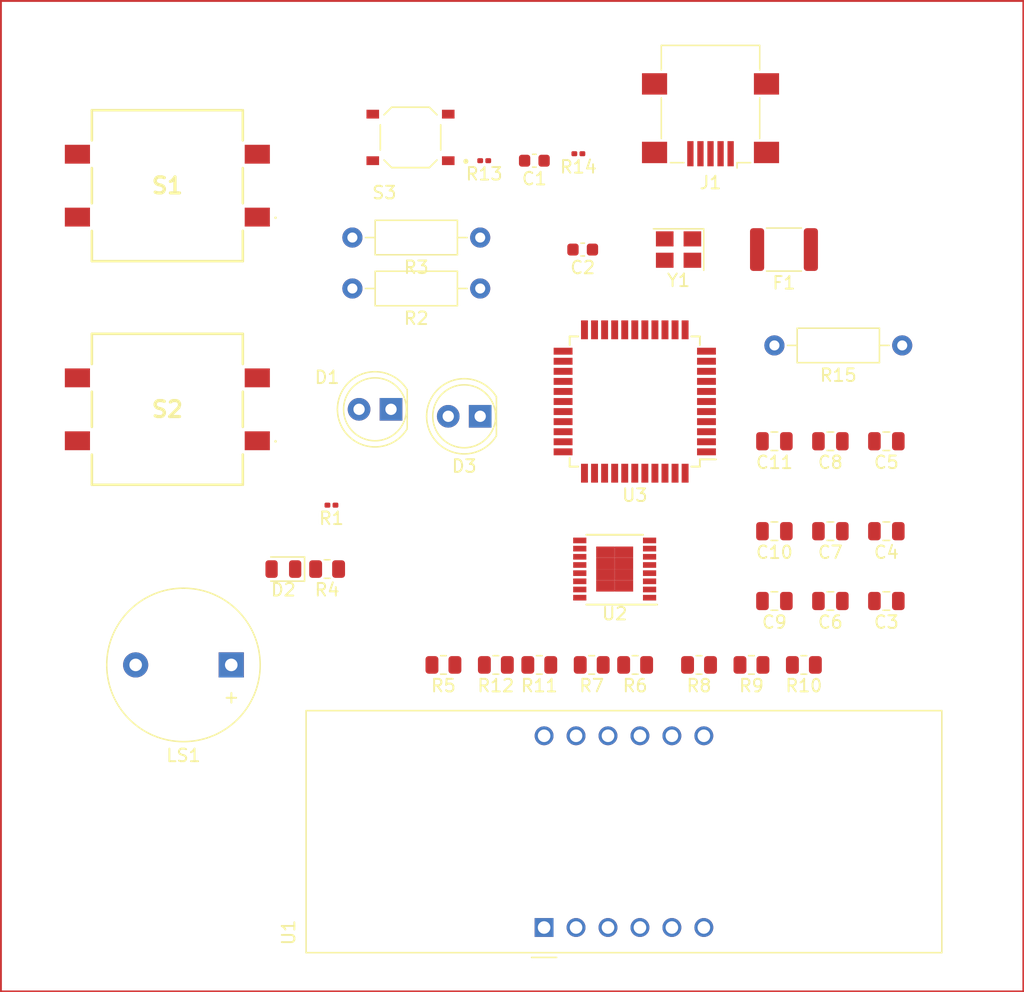
<source format=kicad_pcb>
(kicad_pcb (version 20221018) (generator pcbnew)
  (layers (0 "F.Cu" signal) (31 "B.Cu" signal) (34 "B.Paste" user) (35 "F.Paste" user) (36 "B.SilkS" user "B.Silkscreen") (37 "F.SilkS" user "F.Silkscreen") (38 "B.Mask" user) (39 "F.Mask" user) (44 "Edge.Cuts" user))
  (net 0 "")
  (net 1 "GND")
  (net 2 "Net-(D1-A)")
  (net 3 "Net-(D2-A)")
  (net 4 "+5V")
  (net 5 "Dig1")
  (net 6 "Dig2")
  (net 7 "Dig3")
  (net 8 "Dig4")
  (net 9 "DS")
  (net 10 "ST_CP")
  (net 11 "SH_CP")
  (net 12 "Buzzer")
  (net 13 "RED_LED")
  (net 14 "GREEN_LED")
  (net 15 "Button_2")
  (net 16 "Button_1")
  (net 17 "a")
  (net 18 "Net-(U1-a)")
  (net 19 "b")
  (net 20 "Net-(U1-b)")
  (net 21 "c")
  (net 22 "Net-(U1-c)")
  (net 23 "d")
  (net 24 "Net-(U1-d)")
  (net 25 "e")
  (net 26 "Net-(U1-e)")
  (net 27 "f")
  (net 28 "Net-(U1-f)")
  (net 29 "g")
  (net 30 "Net-(U1-g)")
  (net 31 "dp")
  (net 32 "Net-(U1-DPX)")
  (net 38 "xtal2")
  (net 39 "Earth")
  (net 40 "xtal1")
  (net 41 "Net-(R13-Pad2)")
  (net 42 "rst")
  (net 53 "Net-(U3-GND-Pad15)")
  (net 74 "ucap")
  (net 75 "aref")
  (net 76 "Net-(D3-A)")
  (net 77 "Net-(J1-VBUS)")
  (net 82 "Net-(U3-UVCC)")
  (footprint "Resistor_SMD:R_0805_2012Metric" (layer "F.Cu") (at 102.845 73.105 180)
    (fp_text reference "R7" (at 0 -1.65) (layer "F.SilkS"))
    (fp_text value "100")
    (fp_line (start -0.227064 -0.735) (end 0.227064 -0.735) (stroke (width 0.12)) (layer "F.SilkS"))
    (fp_line (start -0.227064 0.735) (end 0.227064 0.735) (stroke (width 0.12)) (layer "F.SilkS"))
    (pad "1" smd roundrect (at -0.9125 0 180) (size 1.025 1.4) (layers "F.Cu" "F.Paste" "F.Mask") (roundrect_rratio 0.243902) (net 21 "c"))
    (pad "2" smd roundrect (at 0.9125 0 180) (size 1.025 1.4) (layers "F.Cu" "F.Paste" "F.Mask") (roundrect_rratio 0.243902) (net 22 "Net-(U1-c)"))
  )
  (footprint "Resistor_SMD:R_0805_2012Metric" (layer "F.Cu") (at 98.6775 73.105 180)
    (fp_text reference "R11" (at 0 -1.65) (layer "F.SilkS"))
    (fp_text value "100")
    (fp_line (start -0.227064 -0.735) (end 0.227064 -0.735) (stroke (width 0.12)) (layer "F.SilkS"))
    (fp_line (start -0.227064 0.735) (end 0.227064 0.735) (stroke (width 0.12)) (layer "F.SilkS"))
    (pad "1" smd roundrect (at -0.9125 0 180) (size 1.025 1.4) (layers "F.Cu" "F.Paste" "F.Mask") (roundrect_rratio 0.243902) (net 29 "g"))
    (pad "2" smd roundrect (at 0.9125 0 180) (size 1.025 1.4) (layers "F.Cu" "F.Paste" "F.Mask") (roundrect_rratio 0.243902) (net 30 "Net-(U1-g)"))
  )
  (footprint "Capacitor_SMD:C_0805_2012Metric" (layer "F.Cu") (at 126.27 55.325 180)
    (fp_text reference "C5" (at 0 -1.68) (layer "F.SilkS"))
    (fp_text value "0.1uF")
    (fp_line (start -0.261252 -0.735) (end 0.261252 -0.735) (stroke (width 0.12)) (layer "F.SilkS"))
    (fp_line (start -0.261252 0.735) (end 0.261252 0.735) (stroke (width 0.12)) (layer "F.SilkS"))
    (pad "1" smd roundrect (at -0.95 0 180) (size 1 1.45) (layers "F.Cu" "F.Paste" "F.Mask") (net 4 "+5V"))
    (pad "2" smd roundrect (at 0.95 0 180) (size 1 1.45) (layers "F.Cu" "F.Paste" "F.Mask") (net 1 "GND"))
  )
  (footprint "Resistor_SMD:R_0805_2012Metric" (layer "F.Cu") (at 106.2975 73.105 180)
    (fp_text reference "R6" (at 0 -1.65) (layer "F.SilkS"))
    (fp_text value "100")
    (fp_line (start -0.227064 -0.735) (end 0.227064 -0.735) (stroke (width 0.12)) (layer "F.SilkS"))
    (fp_line (start -0.227064 0.735) (end 0.227064 0.735) (stroke (width 0.12)) (layer "F.SilkS"))
    (pad "1" smd roundrect (at -0.9125 0 180) (size 1.025 1.4) (layers "F.Cu" "F.Paste" "F.Mask") (roundrect_rratio 0.243902) (net 19 "b"))
    (pad "2" smd roundrect (at 0.9125 0 180) (size 1.025 1.4) (layers "F.Cu" "F.Paste" "F.Mask") (roundrect_rratio 0.243902) (net 20 "Net-(U1-b)"))
  )
  (footprint "PTS526_SMD_Button:PTS526_SMD_Button" (layer "F.Cu") (at 88.44 31.17 180)
    (fp_text reference "S3" (at 2.08 -4.39) (layer "F.SilkS"))
    (fp_text value "PTS526_SM08_SMTR2_LFS")
    (fp_line (start -2.4 -1) (end -2.4 1) (stroke (width 0.127)) (layer "F.SilkS"))
    (fp_line (start -2.1 1.8) (end -1.5 2.4) (stroke (width 0.127)) (layer "F.SilkS"))
    (fp_line (start -1.5 -2.4) (end -2.1 -1.8) (stroke (width 0.127)) (layer "F.SilkS"))
    (fp_line (start -1.5 2.4) (end 1.5 2.4) (stroke (width 0.127)) (layer "F.SilkS"))
    (fp_line (start 1.5 -2.4) (end -1.5 -2.4) (stroke (width 0.127)) (layer "F.SilkS"))
    (fp_line (start 1.5 -2.4) (end 2.1 -1.8) (stroke (width 0.127)) (layer "F.SilkS"))
    (fp_line (start 1.5 2.4) (end 2.1 1.8) (stroke (width 0.127)) (layer "F.SilkS"))
    (fp_line (start 2.4 -1) (end 2.4 1) (stroke (width 0.127)) (layer "F.SilkS"))
    (fp_circle (center -4.4 -1.9) (end -4.3 -1.9) (stroke (width 0.2)) (fill none) (layer "F.SilkS"))
    (pad "1" smd rect (at -3 -1.85 180) (size 1 0.7) (layers "F.Cu" "F.Paste" "F.Mask") (net 41 "Net-(R13-Pad2)"))
    (pad "2" smd rect (at 3 -1.85 180) (size 1 0.7) (layers "F.Cu" "F.Paste" "F.Mask"))
    (pad "3" smd rect (at -3 1.85 180) (size 1 0.7) (layers "F.Cu" "F.Paste" "F.Mask") (net 42 "rst"))
    (pad "4" smd rect (at 3 1.85 180) (size 1 0.7) (layers "F.Cu" "F.Paste" "F.Mask"))
  )
  (footprint "Resistor_THT:R_Axial_DIN0207_L6.3mm_D2.5mm_P10.16mm_Horizontal" (layer "F.Cu") (at 93.98 39.13 180)
    (fp_text reference "R3" (at 5.08 -2.37) (layer "F.SilkS"))
    (fp_text value "330")
    (fp_line (start 1.04 0) (end 1.81 0) (stroke (width 0.12)) (layer "F.SilkS"))
    (fp_line (start 1.81 -1.37) (end 1.81 1.37) (stroke (width 0.12)) (layer "F.SilkS"))
    (fp_line (start 1.81 1.37) (end 8.35 1.37) (stroke (width 0.12)) (layer "F.SilkS"))
    (fp_line (start 8.35 -1.37) (end 1.81 -1.37) (stroke (width 0.12)) (layer "F.SilkS"))
    (fp_line (start 8.35 1.37) (end 8.35 -1.37) (stroke (width 0.12)) (layer "F.SilkS"))
    (fp_line (start 9.12 0) (end 8.35 0) (stroke (width 0.12)) (layer "F.SilkS"))
    (pad "1" thru_hole circle (at 0 0 180) (size 1.6 1.6) (drill 0.8) (layers "*.Cu" "*.Mask") (net 13 "RED_LED"))
    (pad "2" thru_hole oval (at 10.16 0 180) (size 1.6 1.6) (drill 0.8) (layers "*.Cu" "*.Mask") (net 2 "Net-(D1-A)"))
  )
  (footprint "Capacitor_SMD:C_0805_2012Metric" (layer "F.Cu") (at 121.82 68.025 180)
    (fp_text reference "C6" (at 0 -1.68) (layer "F.SilkS"))
    (fp_text value "0.1uF")
    (fp_line (start -0.261252 -0.735) (end 0.261252 -0.735) (stroke (width 0.12)) (layer "F.SilkS"))
    (fp_line (start -0.261252 0.735) (end 0.261252 0.735) (stroke (width 0.12)) (layer "F.SilkS"))
    (pad "1" smd roundrect (at -0.95 0 180) (size 1 1.45) (layers "F.Cu" "F.Paste" "F.Mask") (net 4 "+5V"))
    (pad "2" smd roundrect (at 0.95 0 180) (size 1 1.45) (layers "F.Cu" "F.Paste" "F.Mask") (net 1 "GND"))
  )
  (footprint "Resistor_SMD:R_0201_0603Metric" (layer "F.Cu") (at 101.785 32.465 180)
    (fp_text reference "R14" (at 0 -1.05) (layer "F.SilkS"))
    (fp_text value "10k")
    (pad "1" smd roundrect (at -0.32 0 180) (size 0.46 0.4) (layers "F.Cu" "F.Mask") (net 4 "+5V"))
    (pad "2" smd roundrect (at 0.32 0 180) (size 0.46 0.4) (layers "F.Cu" "F.Mask") (net 42 "rst"))
  )
  (footprint "Display_7Segment:CA56-12EWA" (layer "F.Cu") (at 99.06 93.98 90)
    (fp_text reference "U1" (at -0.4 -20.31 90) (layer "F.SilkS"))
    (fp_text value "CA56-12EWA")
    (fp_line (start -2.38 -1) (end -2.38 1) (stroke (width 0.12)) (layer "F.SilkS"))
    (fp_line (start -2 -18.92) (end -2 31.62) (stroke (width 0.12)) (layer "F.SilkS"))
    (fp_line (start -2 -18.92) (end 17.24 -18.92) (stroke (width 0.12)) (layer "F.SilkS"))
    (fp_line (start -2 31.62) (end 17.24 31.62) (stroke (width 0.12)) (layer "F.SilkS"))
    (fp_line (start 17.24 31.62) (end 17.24 -18.92) (stroke (width 0.12)) (layer "F.SilkS"))
    (pad "1" thru_hole rect (at 0 0 90) (size 1.5 1.5) (drill 1) (layers "*.Cu" "*.Mask") (net 26 "Net-(U1-e)"))
    (pad "2" thru_hole circle (at 0 2.54 90) (size 1.5 1.5) (drill 1) (layers "*.Cu" "*.Mask") (net 24 "Net-(U1-d)"))
    (pad "3" thru_hole circle (at 0 5.08 90) (size 1.5 1.5) (drill 1) (layers "*.Cu" "*.Mask") (net 32 "Net-(U1-DPX)"))
    (pad "4" thru_hole circle (at 0 7.62 90) (size 1.5 1.5) (drill 1) (layers "*.Cu" "*.Mask") (net 22 "Net-(U1-c)"))
    (pad "5" thru_hole circle (at 0 10.16 90) (size 1.5 1.5) (drill 1) (layers "*.Cu" "*.Mask") (net 30 "Net-(U1-g)"))
    (pad "6" thru_hole circle (at 0 12.7 90) (size 1.5 1.5) (drill 1) (layers "*.Cu" "*.Mask") (net 8 "Dig4"))
    (pad "7" thru_hole circle (at 15.24 12.7 90) (size 1.5 1.5) (drill 1) (layers "*.Cu" "*.Mask") (net 20 "Net-(U1-b)"))
    (pad "8" thru_hole circle (at 15.24 10.16 90) (size 1.5 1.5) (drill 1) (layers "*.Cu" "*.Mask") (net 7 "Dig3"))
    (pad "9" thru_hole circle (at 15.24 7.62 90) (size 1.5 1.5) (drill 1) (layers "*.Cu" "*.Mask") (net 6 "Dig2"))
    (pad "10" thru_hole circle (at 15.24 5.08 90) (size 1.5 1.5) (drill 1) (layers "*.Cu" "*.Mask") (net 28 "Net-(U1-f)"))
    (pad "11" thru_hole circle (at 15.24 2.54 90) (size 1.5 1.5) (drill 1) (layers "*.Cu" "*.Mask") (net 18 "Net-(U1-a)"))
    (pad "12" thru_hole circle (at 15.24 0 90) (size 1.5 1.5) (drill 1) (layers "*.Cu" "*.Mask") (net 5 "Dig1"))
  )
  (footprint "Resistor_SMD:R_0805_2012Metric" (layer "F.Cu") (at 91.0575 73.105 180)
    (fp_text reference "R5" (at 0 -1.65) (layer "F.SilkS"))
    (fp_text value "100")
    (fp_line (start -0.227064 -0.735) (end 0.227064 -0.735) (stroke (width 0.12)) (layer "F.SilkS"))
    (fp_line (start -0.227064 0.735) (end 0.227064 0.735) (stroke (width 0.12)) (layer "F.SilkS"))
    (pad "1" smd roundrect (at -0.9125 0 180) (size 1.025 1.4) (layers "F.Cu" "F.Paste" "F.Mask") (roundrect_rratio 0.243902) (net 17 "a"))
    (pad "2" smd roundrect (at 0.9125 0 180) (size 1.025 1.4) (layers "F.Cu" "F.Paste" "F.Mask") (roundrect_rratio 0.243902) (net 18 "Net-(U1-a)"))
  )
  (footprint "Capacitor_SMD:C_0805_2012Metric" (layer "F.Cu") (at 126.27 68.025 180)
    (fp_text reference "C3" (at 0 -1.68) (layer "F.SilkS"))
    (fp_text value "0.1uF")
    (fp_line (start -0.261252 -0.735) (end 0.261252 -0.735) (stroke (width 0.12)) (layer "F.SilkS"))
    (fp_line (start -0.261252 0.735) (end 0.261252 0.735) (stroke (width 0.12)) (layer "F.SilkS"))
    (pad "1" smd roundrect (at -0.95 0 180) (size 1 1.45) (layers "F.Cu" "F.Paste" "F.Mask") (net 4 "+5V"))
    (pad "2" smd roundrect (at 0.95 0 180) (size 1 1.45) (layers "F.Cu" "F.Paste" "F.Mask") (net 1 "GND"))
  )
  (footprint "Capacitor_SMD:C_0603_1608Metric" (layer "F.Cu") (at 98.285 33.02 180)
    (fp_text reference "C1" (at 0 -1.43) (layer "F.SilkS"))
    (fp_text value "22pF")
    (fp_line (start -0.14058 -0.51) (end 0.14058 -0.51) (stroke (width 0.12)) (layer "F.SilkS"))
    (fp_line (start -0.14058 0.51) (end 0.14058 0.51) (stroke (width 0.12)) (layer "F.SilkS"))
    (pad "1" smd roundrect (at -0.775 0 180) (size 0.9 0.95) (layers "F.Cu" "F.Paste" "F.Mask") (net 38 "xtal2"))
    (pad "2" smd roundrect (at 0.775 0 180) (size 0.9 0.95) (layers "F.Cu" "F.Paste" "F.Mask") (net 39 "Earth"))
  )
  (footprint "Capacitor_SMD:C_0603_1608Metric" (layer "F.Cu") (at 102.13 40.085 180)
    (fp_text reference "C2" (at 0 -1.43) (layer "F.SilkS"))
    (fp_text value "22pF")
    (fp_line (start -0.14058 -0.51) (end 0.14058 -0.51) (stroke (width 0.12)) (layer "F.SilkS"))
    (fp_line (start -0.14058 0.51) (end 0.14058 0.51) (stroke (width 0.12)) (layer "F.SilkS"))
    (pad "1" smd roundrect (at -0.775 0 180) (size 0.9 0.95) (layers "F.Cu" "F.Paste" "F.Mask") (net 40 "xtal1"))
    (pad "2" smd roundrect (at 0.775 0 180) (size 0.9 0.95) (layers "F.Cu" "F.Paste" "F.Mask") (net 39 "Earth"))
  )
  (footprint "Resistor_SMD:R_0201_0603Metric" (layer "F.Cu") (at 82.155 60.405 180)
    (fp_text reference "R1" (at 0 -1.05) (layer "F.SilkS"))
    (fp_text value "10k")
    (pad "1" smd roundrect (at -0.32 0 180) (size 0.46 0.4) (layers "F.Cu" "F.Mask") (net 16 "Button_1"))
    (pad "2" smd roundrect (at 0.32 0 180) (size 0.46 0.4) (layers "F.Cu" "F.Mask") (net 1 "GND"))
  )
  (footprint "Fuse:Fuse_1812_4532Metric" (layer "F.Cu") (at 118.13 40.085 180)
    (fp_text reference "F1" (at 0 -2.65) (layer "F.SilkS"))
    (fp_text value "PTCSMD")
    (fp_line (start -1.386252 -1.71) (end 1.386252 -1.71) (stroke (width 0.12)) (layer "F.SilkS"))
    (fp_line (start -1.386252 1.71) (end 1.386252 1.71) (stroke (width 0.12)) (layer "F.SilkS"))
    (pad "1" smd roundrect (at -2.1375 0 180) (size 1.125 3.4) (layers "F.Cu" "F.Paste" "F.Mask") (roundrect_rratio 0.222222) (net 77 "Net-(J1-VBUS)"))
    (pad "2" smd roundrect (at 2.1375 0 180) (size 1.125 3.4) (layers "F.Cu" "F.Paste" "F.Mask") (roundrect_rratio 0.222222) (net 4 "+5V"))
  )
  (footprint "LED_THT:LED_D5.0mm" (layer "F.Cu") (at 93.98 53.34 180)
    (fp_text reference "D3" (at 1.27 -3.96) (layer "F.SilkS"))
    (fp_text value "LED")
    (fp_line (start -1.29 -1.545) (end -1.29 1.545) (stroke (width 0.12)) (layer "F.SilkS"))
    (fp_arc (start -1.29 -1.54483) (mid 2.072002 -2.880433) (end 4.26 0.000462) (stroke (width 0.12)) (layer "F.SilkS"))
    (fp_arc (start 4.26 -0.000462) (mid 2.072002 2.880433) (end -1.29 1.54483) (stroke (width 0.12)) (layer "F.SilkS"))
    (fp_circle (center 1.27 0) (end 3.77 0) (stroke (width 0.12)) (fill none) (layer "F.SilkS"))
    (pad "1" thru_hole rect (at 0 0 180) (size 1.8 1.8) (drill 0.9) (layers "*.Cu" "*.Mask") (net 1 "GND"))
    (pad "2" thru_hole circle (at 2.54 0 180) (size 1.8 1.8) (drill 0.9) (layers "*.Cu" "*.Mask") (net 76 "Net-(D3-A)"))
  )
  (footprint "Resistor_SMD:R_0805_2012Metric" (layer "F.Cu") (at 119.7125 73.105 180)
    (fp_text reference "R10" (at 0 -1.65) (layer "F.SilkS"))
    (fp_text value "100")
    (fp_line (start -0.227064 -0.735) (end 0.227064 -0.735) (stroke (width 0.12)) (layer "F.SilkS"))
    (fp_line (start -0.227064 0.735) (end 0.227064 0.735) (stroke (width 0.12)) (layer "F.SilkS"))
    (pad "1" smd roundrect (at -0.9125 0 180) (size 1.025 1.4) (layers "F.Cu" "F.Paste" "F.Mask") (roundrect_rratio 0.243902) (net 27 "f"))
    (pad "2" smd roundrect (at 0.9125 0 180) (size 1.025 1.4) (layers "F.Cu" "F.Paste" "F.Mask") (roundrect_rratio 0.243902) (net 28 "Net-(U1-f)"))
  )
  (footprint "LED_THT:LED_D5.0mm" (layer "F.Cu") (at 86.89 52.785 180)
    (fp_text reference "D1" (at 5.08 2.54 180) (layer "F.SilkS"))
    (fp_text value "LED")
    (fp_line (start -1.29 -1.545) (end -1.29 1.545) (stroke (width 0.12)) (layer "F.SilkS"))
    (fp_arc (start -1.29 -1.54483) (mid 2.072002 -2.880433) (end 4.26 0.000462) (stroke (width 0.12)) (layer "F.SilkS"))
    (fp_arc (start 4.26 -0.000462) (mid 2.072002 2.880433) (end -1.29 1.54483) (stroke (width 0.12)) (layer "F.SilkS"))
    (fp_circle (center 1.27 0) (end 3.77 0) (stroke (width 0.12)) (fill none) (layer "F.SilkS"))
    (pad "1" thru_hole rect (at 0 0 180) (size 1.8 1.8) (drill 0.9) (layers "*.Cu" "*.Mask") (net 1 "GND"))
    (pad "2" thru_hole circle (at 2.54 0 180) (size 1.8 1.8) (drill 0.9) (layers "*.Cu" "*.Mask") (net 2 "Net-(D1-A)"))
  )
  (footprint "Resistor_SMD:R_0805_2012Metric" (layer "F.Cu") (at 115.545 73.105 180)
    (fp_text reference "R9" (at 0 -1.65) (layer "F.SilkS"))
    (fp_text value "100")
    (fp_line (start -0.227064 -0.735) (end 0.227064 -0.735) (stroke (width 0.12)) (layer "F.SilkS"))
    (fp_line (start -0.227064 0.735) (end 0.227064 0.735) (stroke (width 0.12)) (layer "F.SilkS"))
    (pad "1" smd roundrect (at -0.9125 0 180) (size 1.025 1.4) (layers "F.Cu" "F.Paste" "F.Mask") (roundrect_rratio 0.243902) (net 25 "e"))
    (pad "2" smd roundrect (at 0.9125 0 180) (size 1.025 1.4) (layers "F.Cu" "F.Paste" "F.Mask") (roundrect_rratio 0.243902) (net 26 "Net-(U1-e)"))
  )
  (footprint "Resistor_SMD:R_0805_2012Metric" (layer "F.Cu") (at 81.81 65.485 180)
    (fp_text reference "R4" (at 0 -1.65) (layer "F.SilkS"))
    (fp_text value "330")
    (fp_line (start -0.227064 -0.735) (end 0.227064 -0.735) (stroke (width 0.12)) (layer "F.SilkS"))
    (fp_line (start -0.227064 0.735) (end 0.227064 0.735) (stroke (width 0.12)) (layer "F.SilkS"))
    (pad "1" smd roundrect (at -0.9125 0 180) (size 1.025 1.4) (layers "F.Cu" "F.Paste" "F.Mask") (roundrect_rratio 0.243902) (net 14 "GREEN_LED"))
    (pad "2" smd roundrect (at 0.9125 0 180) (size 1.025 1.4) (layers "F.Cu" "F.Paste" "F.Mask") (roundrect_rratio 0.243902) (net 3 "Net-(D2-A)"))
  )
  (footprint "Capacitor_SMD:C_0805_2012Metric" (layer "F.Cu") (at 126.27 62.475 180)
    (fp_text reference "C4" (at 0 -1.68) (layer "F.SilkS"))
    (fp_text value "0.1uF")
    (fp_line (start -0.261252 -0.735) (end 0.261252 -0.735) (stroke (width 0.12)) (layer "F.SilkS"))
    (fp_line (start -0.261252 0.735) (end 0.261252 0.735) (stroke (width 0.12)) (layer "F.SilkS"))
    (pad "1" smd roundrect (at -0.95 0 180) (size 1 1.45) (layers "F.Cu" "F.Paste" "F.Mask") (net 4 "+5V"))
    (pad "2" smd roundrect (at 0.95 0 180) (size 1 1.45) (layers "F.Cu" "F.Paste" "F.Mask") (net 1 "GND"))
  )
  (footprint "Resistor_THT:R_Axial_DIN0207_L6.3mm_D2.5mm_P10.16mm_Horizontal" (layer "F.Cu") (at 93.98 43.18 180)
    (fp_text reference "R2" (at 5.08 -2.37) (layer "F.SilkS"))
    (fp_text value "10k")
    (fp_line (start 1.04 0) (end 1.81 0) (stroke (width 0.12)) (layer "F.SilkS"))
    (fp_line (start 1.81 -1.37) (end 1.81 1.37) (stroke (width 0.12)) (layer "F.SilkS"))
    (fp_line (start 1.81 1.37) (end 8.35 1.37) (stroke (width 0.12)) (layer "F.SilkS"))
    (fp_line (start 8.35 -1.37) (end 1.81 -1.37) (stroke (width 0.12)) (layer "F.SilkS"))
    (fp_line (start 8.35 1.37) (end 8.35 -1.37) (stroke (width 0.12)) (layer "F.SilkS"))
    (fp_line (start 9.12 0) (end 8.35 0) (stroke (width 0.12)) (layer "F.SilkS"))
    (pad "1" thru_hole circle (at 0 0 180) (size 1.6 1.6) (drill 0.8) (layers "*.Cu" "*.Mask") (net 15 "Button_2"))
    (pad "2" thru_hole oval (at 10.16 0 180) (size 1.6 1.6) (drill 0.8) (layers "*.Cu" "*.Mask") (net 1 "GND"))
  )
  (footprint "Resistor_SMD:R_0805_2012Metric" (layer "F.Cu") (at 95.225 73.105 180)
    (fp_text reference "R12" (at 0 -1.65) (layer "F.SilkS"))
    (fp_text value "100")
    (fp_line (start -0.227064 -0.735) (end 0.227064 -0.735) (stroke (width 0.12)) (layer "F.SilkS"))
    (fp_line (start -0.227064 0.735) (end 0.227064 0.735) (stroke (width 0.12)) (layer "F.SilkS"))
    (pad "1" smd roundrect (at -0.9125 0 180) (size 1.025 1.4) (layers "F.Cu" "F.Paste" "F.Mask") (roundrect_rratio 0.243902) (net 31 "dp"))
    (pad "2" smd roundrect (at 0.9125 0 180) (size 1.025 1.4) (layers "F.Cu" "F.Paste" "F.Mask") (roundrect_rratio 0.243902) (net 32 "Net-(U1-DPX)"))
  )
  (footprint "Capacitor_SMD:C_0805_2012Metric" (layer "F.Cu") (at 117.37 55.325 180)
    (fp_text reference "C11" (at 0 -1.68) (layer "F.SilkS"))
    (fp_text value "0.1uF")
    (fp_line (start -0.261252 -0.735) (end 0.261252 -0.735) (stroke (width 0.12)) (layer "F.SilkS"))
    (fp_line (start -0.261252 0.735) (end 0.261252 0.735) (stroke (width 0.12)) (layer "F.SilkS"))
    (pad "1" smd roundrect (at -0.95 0 180) (size 1 1.45) (layers "F.Cu" "F.Paste" "F.Mask") (net 75 "aref"))
    (pad "2" smd roundrect (at 0.95 0 180) (size 1 1.45) (layers "F.Cu" "F.Paste" "F.Mask") (net 1 "GND"))
  )
  (footprint "Capacitor_SMD:C_0805_2012Metric" (layer "F.Cu") (at 121.82 55.325 180)
    (fp_text reference "C8" (at 0 -1.68) (layer "F.SilkS"))
    (fp_text value "0.1uF")
    (fp_line (start -0.261252 -0.735) (end 0.261252 -0.735) (stroke (width 0.12)) (layer "F.SilkS"))
    (fp_line (start -0.261252 0.735) (end 0.261252 0.735) (stroke (width 0.12)) (layer "F.SilkS"))
    (pad "1" smd roundrect (at -0.95 0 180) (size 1 1.45) (layers "F.Cu" "F.Paste" "F.Mask") (net 4 "+5V"))
    (pad "2" smd roundrect (at 0.95 0 180) (size 1 1.45) (layers "F.Cu" "F.Paste" "F.Mask") (net 1 "GND"))
  )
  (footprint "PTS125_SMD_Button:PTS125_SMD_Button" (layer "F.Cu") (at 69.11 35.005 180)
    (fp_text reference "S1" (at 0 0) (layer "F.SilkS") (effects (font (size 1.27 1.27) (thickness 0.254))))
    (fp_text value "PTS125SM43SMTR21M_LFS" hide)
    (fp_line (start -8.6 -2.6) (end -8.6 -2.6) (stroke (width 0.1)) (layer "F.SilkS"))
    (fp_line (start -8.6 -2.5) (end -8.6 -2.5) (stroke (width 0.1)) (layer "F.SilkS"))
    (fp_line (start -6 -6) (end 6 -6) (stroke (width 0.2)) (layer "F.SilkS"))
    (fp_line (start -6 -3.6) (end -6 -6) (stroke (width 0.2)) (layer "F.SilkS"))
    (fp_line (start -6 -3.6) (end -6 -3.6) (stroke (width 0.2)) (layer "F.SilkS"))
    (fp_line (start -6 -1.4) (end -6 1.4) (stroke (width 0.2)) (layer "F.SilkS"))
    (fp_line (start -6 3.6) (end -6 6) (stroke (width 0.2)) (layer "F.SilkS"))
    (fp_line (start -6 6) (end 6 6) (stroke (width 0.2)) (layer "F.SilkS"))
    (fp_line (start 6 -6) (end 6 -3.6) (stroke (width 0.2)) (layer "F.SilkS"))
    (fp_line (start 6 -1.4) (end 6 1.4) (stroke (width 0.2)) (layer "F.SilkS"))
    (fp_line (start 6 6) (end 6 3.6) (stroke (width 0.2)) (layer "F.SilkS"))
    (fp_arc (start -8.6 -2.6) (mid -8.55 -2.55) (end -8.6 -2.5) (stroke (width 0.1)) (layer "F.SilkS"))
    (fp_arc (start -8.6 -2.5) (mid -8.65 -2.55) (end -8.6 -2.6) (stroke (width 0.1)) (layer "F.SilkS"))
    (pad "A1" smd rect (at -7.15 -2.5 270) (size 1.5 2) (layers "F.Cu" "F.Paste" "F.Mask"))
    (pad "B1" smd rect (at 7.15 -2.5 270) (size 1.5 2) (layers "F.Cu" "F.Paste" "F.Mask"))
    (pad "C1" smd rect (at -7.15 2.5 270) (size 1.5 2) (layers "F.Cu" "F.Paste" "F.Mask") (net 4 "+5V"))
    (pad "D1" smd rect (at 7.15 2.5 270) (size 1.5 2) (layers "F.Cu" "F.Paste" "F.Mask") (net 15 "Button_2"))
  )
  (footprint "PTS125_SMD_Button:PTS125_SMD_Button" (layer "F.Cu") (at 69.11 52.785 180)
    (fp_text reference "S2" (at 0 0 180) (layer "F.SilkS") (effects (font (size 1.27 1.27) (thickness 0.254))))
    (fp_text value "PTS125SM43SMTR21M_LFS" hide)
    (fp_line (start -8.6 -2.6) (end -8.6 -2.6) (stroke (width 0.1)) (layer "F.SilkS"))
    (fp_line (start -8.6 -2.5) (end -8.6 -2.5) (stroke (width 0.1)) (layer "F.SilkS"))
    (fp_line (start -6 -6) (end 6 -6) (stroke (width 0.2)) (layer "F.SilkS"))
    (fp_line (start -6 -3.6) (end -6 -6) (stroke (width 0.2)) (layer "F.SilkS"))
    (fp_line (start -6 -3.6) (end -6 -3.6) (stroke (width 0.2)) (layer "F.SilkS"))
    (fp_line (start -6 -1.4) (end -6 1.4) (stroke (width 0.2)) (layer "F.SilkS"))
    (fp_line (start -6 3.6) (end -6 6) (stroke (width 0.2)) (layer "F.SilkS"))
    (fp_line (start -6 6) (end 6 6) (stroke (width 0.2)) (layer "F.SilkS"))
    (fp_line (start 6 -6) (end 6 -3.6) (stroke (width 0.2)) (layer "F.SilkS"))
    (fp_line (start 6 -1.4) (end 6 1.4) (stroke (width 0.2)) (layer "F.SilkS"))
    (fp_line (start 6 6) (end 6 3.6) (stroke (width 0.2)) (layer "F.SilkS"))
    (fp_arc (start -8.6 -2.6) (mid -8.55 -2.55) (end -8.6 -2.5) (stroke (width 0.1)) (layer "F.SilkS"))
    (fp_arc (start -8.6 -2.5) (mid -8.65 -2.55) (end -8.6 -2.6) (stroke (width 0.1)) (layer "F.SilkS"))
    (pad "A1" smd rect (at -7.15 -2.5 270) (size 1.5 2) (layers "F.Cu" "F.Paste" "F.Mask"))
    (pad "B1" smd rect (at 7.15 -2.5 270) (size 1.5 2) (layers "F.Cu" "F.Paste" "F.Mask"))
    (pad "C1" smd rect (at -7.15 2.5 270) (size 1.5 2) (layers "F.Cu" "F.Paste" "F.Mask") (net 4 "+5V"))
    (pad "D1" smd rect (at 7.15 2.5 270) (size 1.5 2) (layers "F.Cu" "F.Paste" "F.Mask") (net 16 "Button_1"))
  )
  (footprint "Capacitor_SMD:C_0805_2012Metric" (layer "F.Cu") (at 117.37 62.475 180)
    (fp_text reference "C10" (at 0 -1.68) (layer "F.SilkS"))
    (fp_text value "1uF")
    (fp_line (start -0.261252 -0.735) (end 0.261252 -0.735) (stroke (width 0.12)) (layer "F.SilkS"))
    (fp_line (start -0.261252 0.735) (end 0.261252 0.735) (stroke (width 0.12)) (layer "F.SilkS"))
    (pad "1" smd roundrect (at -0.95 0 180) (size 1 1.45) (layers "F.Cu" "F.Paste" "F.Mask") (net 74 "ucap"))
    (pad "2" smd roundrect (at 0.95 0 180) (size 1 1.45) (layers "F.Cu" "F.Paste" "F.Mask") (net 1 "GND"))
  )
  (footprint "Capacitor_SMD:C_0805_2012Metric" (layer "F.Cu") (at 117.37 68.025 180)
    (fp_text reference "C9" (at 0 -1.68) (layer "F.SilkS"))
    (fp_text value "0.1uF")
    (fp_line (start -0.261252 -0.735) (end 0.261252 -0.735) (stroke (width 0.12)) (layer "F.SilkS"))
    (fp_line (start -0.261252 0.735) (end 0.261252 0.735) (stroke (width 0.12)) (layer "F.SilkS"))
    (pad "1" smd roundrect (at -0.95 0 180) (size 1 1.45) (layers "F.Cu" "F.Paste" "F.Mask") (net 4 "+5V"))
    (pad "2" smd roundrect (at 0.95 0 180) (size 1 1.45) (layers "F.Cu" "F.Paste" "F.Mask") (net 1 "GND"))
  )
  (footprint "Capacitor_SMD:C_0805_2012Metric" (layer "F.Cu") (at 121.82 62.475 180)
    (fp_text reference "C7" (at 0 -1.68) (layer "F.SilkS"))
    (fp_text value "10uF")
    (fp_line (start -0.261252 -0.735) (end 0.261252 -0.735) (stroke (width 0.12)) (layer "F.SilkS"))
    (fp_line (start -0.261252 0.735) (end 0.261252 0.735) (stroke (width 0.12)) (layer "F.SilkS"))
    (pad "1" smd roundrect (at -0.95 0 180) (size 1 1.45) (layers "F.Cu" "F.Paste" "F.Mask") (net 4 "+5V"))
    (pad "2" smd roundrect (at 0.95 0 180) (size 1 1.45) (layers "F.Cu" "F.Paste" "F.Mask") (net 1 "GND"))
  )
  (footprint "Buzzer_Beeper:Buzzer_12x9.5RM7.6" (layer "F.Cu") (at 74.19 73.105 180)
    (fp_text reference "LS1" (at 3.8 -7.2) (layer "F.SilkS"))
    (fp_text value "Speaker")
    (fp_text user "+" (at -0.01 -2.54) (layer "F.SilkS"))
    (fp_circle (center 3.8 0) (end 9.9 0) (stroke (width 0.12)) (fill none) (layer "F.SilkS"))
    (pad "1" thru_hole rect (at 0 0 180) (size 2 2) (drill 1) (layers "*.Cu" "*.Mask") (net 12 "Buzzer"))
    (pad "2" thru_hole circle (at 7.6 0 180) (size 2 2) (drill 1) (layers "*.Cu" "*.Mask") (net 1 "GND"))
  )
  (footprint "Package_SO:TSSOP-16-1EP_4.4x5mm_P0.65mm" (layer "F.Cu") (at 104.67 65.485 180)
    (fp_text reference "U2" (at 0 -3.55) (layer "F.SilkS"))
    (fp_text value "74HC595")
    (fp_line (start -3.375 -2.825) (end 2.25 -2.825) (stroke (width 0.15)) (layer "F.SilkS"))
    (fp_line (start -2.25 2.725) (end 2.25 2.725) (stroke (width 0.15)) (layer "F.SilkS"))
    (pad "1" smd rect (at -2.775 -2.275 180) (size 1.05 0.45) (layers "F.Cu" "F.Paste" "F.Mask") (net 19 "b"))
    (pad "2" smd rect (at -2.775 -1.625 180) (size 1.05 0.45) (layers "F.Cu" "F.Paste" "F.Mask") (net 21 "c"))
    (pad "3" smd rect (at -2.775 -0.975 180) (size 1.05 0.45) (layers "F.Cu" "F.Paste" "F.Mask") (net 23 "d"))
    (pad "4" smd rect (at -2.775 -0.325 180) (size 1.05 0.45) (layers "F.Cu" "F.Paste" "F.Mask") (net 25 "e"))
    (pad "5" smd rect (at -2.775 0.325 180) (size 1.05 0.45) (layers "F.Cu" "F.Paste" "F.Mask") (net 27 "f"))
    (pad "6" smd rect (at -2.775 0.975 180) (size 1.05 0.45) (layers "F.Cu" "F.Paste" "F.Mask") (net 29 "g"))
    (pad "7" smd rect (at -2.775 1.625 180) (size 1.05 0.45) (layers "F.Cu" "F.Paste" "F.Mask") (net 31 "dp"))
    (pad "8" smd rect (at -2.775 2.275 180) (size 1.05 0.45) (layers "F.Cu" "F.Paste" "F.Mask") (net 1 "GND"))
    (pad "9" smd rect (at 2.775 2.275 180) (size 1.05 0.45) (layers "F.Cu" "F.Paste" "F.Mask"))
    (pad "10" smd rect (at 2.775 1.625 180) (size 1.05 0.45) (layers "F.Cu" "F.Paste" "F.Mask") (net 4 "+5V"))
    (pad "11" smd rect (at 2.775 0.975 180) (size 1.05 0.45) (layers "F.Cu" "F.Paste" "F.Mask") (net 11 "SH_CP"))
    (pad "12" smd rect (at 2.775 0.325 180) (size 1.05 0.45) (layers "F.Cu" "F.Paste" "F.Mask") (net 10 "ST_CP"))
    (pad "13" smd rect (at 2.775 -0.325 180) (size 1.05 0.45) (layers "F.Cu" "F.Paste" "F.Mask") (net 1 "GND"))
    (pad "14" smd rect (at 2.775 -0.975 180) (size 1.05 0.45) (layers "F.Cu" "F.Paste" "F.Mask") (net 9 "DS"))
    (pad "15" smd rect (at 2.775 -1.625 180) (size 1.05 0.45) (layers "F.Cu" "F.Paste" "F.Mask") (net 17 "a"))
    (pad "16" smd rect (at 2.775 -2.275 180) (size 1.05 0.45) (layers "F.Cu" "F.Paste" "F.Mask") (net 4 "+5V"))
    (pad "17" smd rect (at -0.735 -1.3425 180) (size 1.47 0.895) (layers "F.Cu" "F.Paste" "F.Mask"))
    (pad "17" smd rect (at -0.735 -0.4475 180) (size 1.47 0.895) (layers "F.Cu" "F.Paste" "F.Mask"))
    (pad "17" smd rect (at -0.735 0.4475 180) (size 1.47 0.895) (layers "F.Cu" "F.Paste" "F.Mask"))
    (pad "17" smd rect (at -0.735 1.3425 180) (size 1.47 0.895) (layers "F.Cu" "F.Paste" "F.Mask"))
    (pad "17" smd rect (at 0.735 -1.3425 180) (size 1.47 0.895) (layers "F.Cu" "F.Paste" "F.Mask"))
    (pad "17" smd rect (at 0.735 -0.4475 180) (size 1.47 0.895) (layers "F.Cu" "F.Paste" "F.Mask"))
    (pad "17" smd rect (at 0.735 0.4475 180) (size 1.47 0.895) (layers "F.Cu" "F.Paste" "F.Mask"))
    (pad "17" smd rect (at 0.735 1.3425 180) (size 1.47 0.895) (layers "F.Cu" "F.Paste" "F.Mask"))
  )
  (footprint "Resistor_THT:R_Axial_DIN0207_L6.3mm_D2.5mm_P10.16mm_Horizontal" (layer "F.Cu") (at 127.53 47.705 180)
    (fp_text reference "R15" (at 5.08 -2.37) (layer "F.SilkS"))
    (fp_text value "1k")
    (fp_line (start 1.04 0) (end 1.81 0) (stroke (width 0.12)) (layer "F.SilkS"))
    (fp_line (start 1.81 -1.37) (end 1.81 1.37) (stroke (width 0.12)) (layer "F.SilkS"))
    (fp_line (start 1.81 1.37) (end 8.35 1.37) (stroke (width 0.12)) (layer "F.SilkS"))
    (fp_line (start 8.35 -1.37) (end 1.81 -1.37) (stroke (width 0.12)) (layer "F.SilkS"))
    (fp_line (start 8.35 1.37) (end 8.35 -1.37) (stroke (width 0.12)) (layer "F.SilkS"))
    (fp_line (start 9.12 0) (end 8.35 0) (stroke (width 0.12)) (layer "F.SilkS"))
    (pad "1" thru_hole circle (at 0 0 180) (size 1.6 1.6) (drill 0.8) (layers "*.Cu" "*.Mask") (net 4 "+5V"))
    (pad "2" thru_hole oval (at 10.16 0 180) (size 1.6 1.6) (drill 0.8) (layers "*.Cu" "*.Mask") (net 76 "Net-(D3-A)"))
  )
  (footprint "Crystal:Crystal_SMD_Abracon_ABM8G-4Pin_3.2x2.5mm" (layer "F.Cu") (at 109.75 40.085 180)
    (fp_text reference "Y1" (at 0 -2.45) (layer "F.SilkS"))
    (fp_text value "16MHz")
    (fp_line (start -2 -1.65) (end -2 1.65) (stroke (width 0.12)) (layer "F.SilkS"))
    (fp_line (start -2 1.65) (end 2 1.65) (stroke (width 0.12)) (layer "F.SilkS"))
    (pad "1" smd rect (at -1.1 0.85 180) (size 1.4 1.2) (layers "F.Cu" "F.Paste" "F.Mask") (net 40 "xtal1"))
    (pad "2" smd rect (at 1.1 0.85 180) (size 1.4 1.2) (layers "F.Cu" "F.Paste" "F.Mask") (net 39 "Earth"))
    (pad "3" smd rect (at 1.1 -0.85 180) (size 1.4 1.2) (layers "F.Cu" "F.Paste" "F.Mask") (net 38 "xtal2"))
    (pad "4" smd rect (at -1.1 -0.85 180) (size 1.4 1.2) (layers "F.Cu" "F.Paste" "F.Mask") (net 39 "Earth"))
  )
  (footprint "Package_QFP:TQFP-44_10x10mm_P0.8mm" (layer "F.Cu") (at 106.27 52.165 180)
    (fp_text reference "U3" (at 0 -7.45) (layer "F.SilkS"))
    (fp_text value "ATmega32U4-A")
    (fp_line (start -5.175 -5.175) (end -5.175 -4.6) (stroke (width 0.15)) (layer "F.SilkS"))
    (fp_line (start -5.175 -5.175) (end -4.5 -5.175) (stroke (width 0.15)) (layer "F.SilkS"))
    (fp_line (start -5.175 -4.6) (end -6.45 -4.6) (stroke (width 0.15)) (layer "F.SilkS"))
    (fp_line (start -5.175 5.175) (end -5.175 4.5) (stroke (width 0.15)) (layer "F.SilkS"))
    (fp_line (start -5.175 5.175) (end -4.5 5.175) (stroke (width 0.15)) (layer "F.SilkS"))
    (fp_line (start 5.175 -5.175) (end 4.5 -5.175) (stroke (width 0.15)) (layer "F.SilkS"))
    (fp_line (start 5.175 -5.175) (end 5.175 -4.5) (stroke (width 0.15)) (layer "F.SilkS"))
    (fp_line (start 5.175 5.175) (end 4.5 5.175) (stroke (width 0.15)) (layer "F.SilkS"))
    (fp_line (start 5.175 5.175) (end 5.175 4.5) (stroke (width 0.15)) (layer "F.SilkS"))
    (pad "1" smd rect (at -5.7 -4 180) (size 1.5 0.55) (layers "F.Cu" "F.Paste" "F.Mask"))
    (pad "2" smd rect (at -5.7 -3.2 180) (size 1.5 0.55) (layers "F.Cu" "F.Paste" "F.Mask") (net 82 "Net-(U3-UVCC)"))
    (pad "3" smd rect (at -5.7 -2.4 180) (size 1.5 0.55) (layers "F.Cu" "F.Paste" "F.Mask"))
    (pad "4" smd rect (at -5.7 -1.6 180) (size 1.5 0.55) (layers "F.Cu" "F.Paste" "F.Mask"))
    (pad "5" smd rect (at -5.7 -0.8 180) (size 1.5 0.55) (layers "F.Cu" "F.Paste" "F.Mask"))
    (pad "6" smd rect (at -5.7 0 180) (size 1.5 0.55) (layers "F.Cu" "F.Paste" "F.Mask") (net 74 "ucap"))
    (pad "7" smd rect (at -5.7 0.8 180) (size 1.5 0.55) (layers "F.Cu" "F.Paste" "F.Mask"))
    (pad "8" smd rect (at -5.7 1.6 180) (size 1.5 0.55) (layers "F.Cu" "F.Paste" "F.Mask"))
    (pad "9" smd rect (at -5.7 2.4 180) (size 1.5 0.55) (layers "F.Cu" "F.Paste" "F.Mask"))
    (pad "10" smd rect (at -5.7 3.2 180) (size 1.5 0.55) (layers "F.Cu" "F.Paste" "F.Mask"))
    (pad "11" smd rect (at -5.7 4 180) (size 1.5 0.55) (layers "F.Cu" "F.Paste" "F.Mask"))
    (pad "12" smd rect (at -4 5.7 270) (size 1.5 0.55) (layers "F.Cu" "F.Paste" "F.Mask"))
    (pad "13" smd rect (at -3.2 5.7 270) (size 1.5 0.55) (layers "F.Cu" "F.Paste" "F.Mask") (net 42 "rst"))
    (pad "14" smd rect (at -2.4 5.7 270) (size 1.5 0.55) (layers "F.Cu" "F.Paste" "F.Mask") (net 4 "+5V"))
    (pad "15" smd rect (at -1.6 5.7 270) (size 1.5 0.55) (layers "F.Cu" "F.Paste" "F.Mask") (net 53 "Net-(U3-GND-Pad15)"))
    (pad "16" smd rect (at -0.8 5.7 270) (size 1.5 0.55) (layers "F.Cu" "F.Paste" "F.Mask") (net 38 "xtal2"))
    (pad "17" smd rect (at 0 5.7 270) (size 1.5 0.55) (layers "F.Cu" "F.Paste" "F.Mask") (net 40 "xtal1"))
    (pad "18" smd rect (at 0.8 5.7 270) (size 1.5 0.55) (layers "F.Cu" "F.Paste" "F.Mask"))
    (pad "19" smd rect (at 1.6 5.7 270) (size 1.5 0.55) (layers "F.Cu" "F.Paste" "F.Mask"))
    (pad "20" smd rect (at 2.4 5.7 270) (size 1.5 0.55) (layers "F.Cu" "F.Paste" "F.Mask"))
    (pad "21" smd rect (at 3.2 5.7 270) (size 1.5 0.55) (layers "F.Cu" "F.Paste" "F.Mask"))
    (pad "22" smd rect (at 4 5.7 270) (size 1.5 0.55) (layers "F.Cu" "F.Paste" "F.Mask"))
    (pad "23" smd rect (at 5.7 4 180) (size 1.5 0.55) (layers "F.Cu" "F.Paste" "F.Mask") (net 53 "Net-(U3-GND-Pad15)"))
    (pad "24" smd rect (at 5.7 3.2 180) (size 1.5 0.55) (layers "F.Cu" "F.Paste" "F.Mask") (net 82 "Net-(U3-UVCC)"))
    (pad "25" smd rect (at 5.7 2.4 180) (size 1.5 0.55) (layers "F.Cu" "F.Paste" "F.Mask"))
    (pad "26" smd rect (at 5.7 1.6 180) (size 1.5 0.55) (layers "F.Cu" "F.Paste" "F.Mask"))
    (pad "27" smd rect (at 5.7 0.8 180) (size 1.5 0.55) (layers "F.Cu" "F.Paste" "F.Mask"))
    (pad "28" smd rect (at 5.7 0 180) (size 1.5 0.55) (layers "F.Cu" "F.Paste" "F.Mask"))
    (pad "29" smd rect (at 5.7 -0.8 180) (size 1.5 0.55) (layers "F.Cu" "F.Paste" "F.Mask"))
    (pad "30" smd rect (at 5.7 -1.6 180) (size 1.5 0.55) (layers "F.Cu" "F.Paste" "F.Mask"))
    (pad "31" smd rect (at 5.7 -2.4 180) (size 1.5 0.55) (layers "F.Cu" "F.Paste" "F.Mask"))
    (pad "32" smd rect (at 5.7 -3.2 180) (size 1.5 0.55) (layers "F.Cu" "F.Paste" "F.Mask"))
    (pad "33" smd rect (at 5.7 -4 180) (size 1.5 0.55) (layers "F.Cu" "F.Paste" "F.Mask"))
    (pad "34" smd rect (at 4 -5.7 270) (size 1.5 0.55) (layers "F.Cu" "F.Paste" "F.Mask") (net 4 "+5V"))
    (pad "35" smd rect (at 3.2 -5.7 270) (size 1.5 0.55) (layers "F.Cu" "F.Paste" "F.Mask") (net 53 "Net-(U3-GND-Pad15)"))
    (pad "36" smd rect (at 2.4 -5.7 270) (size 1.5 0.55) (layers "F.Cu" "F.Paste" "F.Mask"))
    (pad "37" smd rect (at 1.6 -5.7 270) (size 1.5 0.55) (layers "F.Cu" "F.Paste" "F.Mask"))
    (pad "38" smd rect (at 0.8 -5.7 270) (size 1.5 0.55) (layers "F.Cu" "F.Paste" "F.Mask"))
    (pad "39" smd rect (at 0 -5.7 270) (size 1.5 0.55) (layers "F.Cu" "F.Paste" "F.Mask"))
    (pad "40" smd rect (at -0.8 -5.7 270) (size 1.5 0.55) (layers "F.Cu" "F.Paste" "F.Mask"))
    (pad "41" smd rect (at -1.6 -5.7 270) (size 1.5 0.55) (layers "F.Cu" "F.Paste" "F.Mask"))
    (pad "42" smd rect (at -2.4 -5.7 270) (size 1.5 0.55) (layers "F.Cu" "F.Paste" "F.Mask") (net 75 "aref"))
    (pad "43" smd rect (at -3.2 -5.7 270) (size 1.5 0.55) (layers "F.Cu" "F.Paste" "F.Mask") (net 53 "Net-(U3-GND-Pad15)"))
    (pad "44" smd rect (at -4 -5.7 270) (size 1.5 0.55) (layers "F.Cu" "F.Paste" "F.Mask") (net 82 "Net-(U3-UVCC)"))
  )
  (footprint "Resistor_SMD:R_0805_2012Metric" (layer "F.Cu") (at 111.3775 73.105 180)
    (fp_text reference "R8" (at 0 -1.65) (layer "F.SilkS"))
    (fp_text value "100")
    (fp_line (start -0.227064 -0.735) (end 0.227064 -0.735) (stroke (width 0.12)) (layer "F.SilkS"))
    (fp_line (start -0.227064 0.735) (end 0.227064 0.735) (stroke (width 0.12)) (layer "F.SilkS"))
    (pad "1" smd roundrect (at -0.9125 0 180) (size 1.025 1.4) (layers "F.Cu" "F.Paste" "F.Mask") (roundrect_rratio 0.243902) (net 23 "d"))
    (pad "2" smd roundrect (at 0.9125 0 180) (size 1.025 1.4) (layers "F.Cu" "F.Paste" "F.Mask") (roundrect_rratio 0.243902) (net 24 "Net-(U1-d)"))
  )
  (footprint "Connector_USB:USB_Mini-B_Lumberg_2486_01_Horizontal" (layer "F.Cu") (at 112.29 29.765 180)
    (fp_text reference "J1" (at 0 -5) (layer "F.SilkS"))
    (fp_text value "USB_B_Mini")
    (fp_line (start -3.91 1.74) (end -3.91 -1.49) (stroke (width 0.12)) (layer "F.SilkS"))
    (fp_line (start -3.91 5.91) (end -3.91 3.96) (stroke (width 0.12)) (layer "F.SilkS"))
    (fp_line (start -3.19 -3.41) (end -2.11 -3.41) (stroke (width 0.12)) (layer "F.SilkS"))
    (fp_line (start -2.11 -3.41) (end -2.11 -3.84) (stroke (width 0.12)) (layer "F.SilkS"))
    (fp_line (start 2.11 -3.41) (end 3.19 -3.41) (stroke (width 0.12)) (layer "F.SilkS"))
    (fp_line (start 3.91 1.74) (end 3.91 -1.49) (stroke (width 0.12)) (layer "F.SilkS"))
    (fp_line (start 3.91 5.91) (end -3.91 5.91) (stroke (width 0.12)) (layer "F.SilkS"))
    (fp_line (start 3.91 5.91) (end 3.91 3.96) (stroke (width 0.12)) (layer "F.SilkS"))
    (pad "" np_thru_hole circle (at -2.2 0 180) (size 1 1) (drill 1) (layers "*.Cu" "*.Mask"))
    (pad "" np_thru_hole circle (at 2.2 0 180) (size 1 1) (drill 1) (layers "*.Cu" "*.Mask"))
    (pad "1" smd rect (at -1.6 -2.7 180) (size 0.5 2) (layers "F.Cu" "F.Paste" "F.Mask") (net 77 "Net-(J1-VBUS)"))
    (pad "2" smd rect (at -0.8 -2.7 180) (size 0.5 2) (layers "F.Cu" "F.Paste" "F.Mask"))
    (pad "3" smd rect (at 0 -2.7 180) (size 0.5 2) (layers "F.Cu" "F.Paste" "F.Mask"))
    (pad "4" smd rect (at 0.8 -2.7 180) (size 0.5 2) (layers "F.Cu" "F.Paste" "F.Mask"))
    (pad "5" smd rect (at 1.6 -2.7 180) (size 0.5 2) (layers "F.Cu" "F.Paste" "F.Mask") (net 39 "Earth"))
    (pad "6" smd rect (at -4.45 -2.6 180) (size 2 1.7) (layers "F.Cu" "F.Paste" "F.Mask"))
    (pad "6" smd rect (at -4.45 2.85 180) (size 2 1.7) (layers "F.Cu" "F.Paste" "F.Mask"))
    (pad "6" smd rect (at 4.45 -2.6 180) (size 2 1.7) (layers "F.Cu" "F.Paste" "F.Mask"))
    (pad "6" smd rect (at 4.45 2.85 180) (size 2 1.7) (layers "F.Cu" "F.Paste" "F.Mask"))
  )
  (footprint "Resistor_SMD:R_0201_0603Metric" (layer "F.Cu") (at 94.3 33.02 180)
    (fp_text reference "R13" (at 0 -1.05) (layer "F.SilkS"))
    (fp_text value "10k")
    (pad "1" smd roundrect (at -0.32 0 180) (size 0.46 0.4) (layers "F.Cu" "F.Mask") (net 39 "Earth"))
    (pad "2" smd roundrect (at 0.32 0 180) (size 0.46 0.4) (layers "F.Cu" "F.Mask") (net 41 "Net-(R13-Pad2)"))
  )
  (footprint "LED_SMD:LED_0805_2012Metric" (layer "F.Cu") (at 78.3325 65.485 180)
    (fp_text reference "D2" (at 0 -1.65) (layer "F.SilkS"))
    (fp_text value "LED")
    (fp_line (start -1.685 -0.96) (end -1.685 0.96) (stroke (width 0.12)) (layer "F.SilkS"))
    (fp_line (start -1.685 0.96) (end 1 0.96) (stroke (width 0.12)) (layer "F.SilkS"))
    (fp_line (start 1 -0.96) (end -1.685 -0.96) (stroke (width 0.12)) (layer "F.SilkS"))
    (pad "1" smd roundrect (at -0.9375 0 180) (size 0.975 1.4) (layers "F.Cu" "F.Paste" "F.Mask") (net 1 "GND"))
    (pad "2" smd roundrect (at 0.9375 0 180) (size 0.975 1.4) (layers "F.Cu" "F.Paste" "F.Mask") (net 3 "Net-(D2-A)"))
  )
  (gr_rect (start 55.88 20.32) (end 137.16 99.06) (stroke (width 0.15)) (fill none) (layer "F.Cu"))
)
</source>
